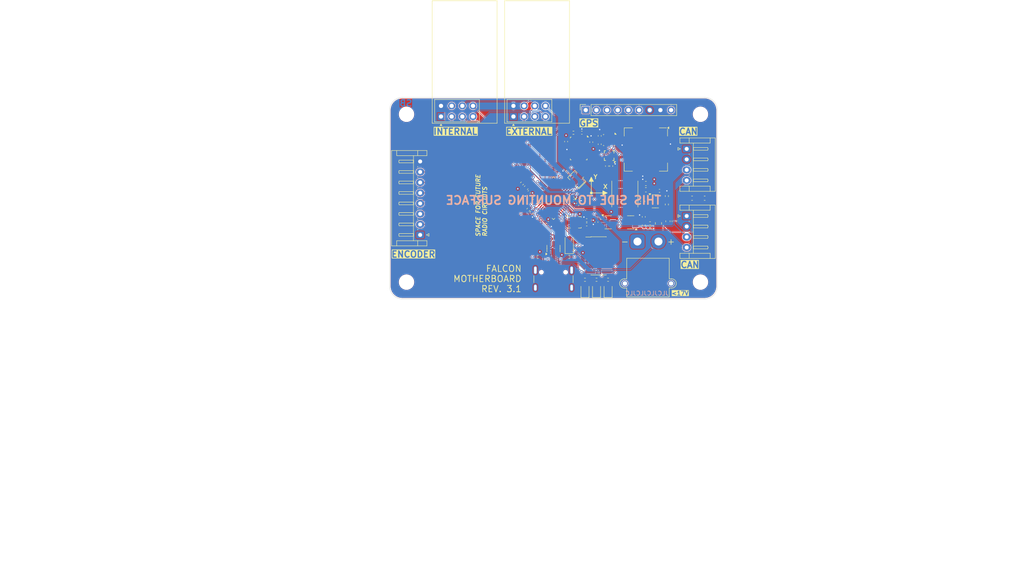
<source format=kicad_pcb>
(kicad_pcb (version 20241229) (generator "pcbnew") (generator_version "9.0")
  (title_block (title "Falcon Motherboard") (date "2025-08-23") (rev "3.1") (company "Savo Baijc"))
  (layers (0 "F.Cu" signal) (4 "In1.Cu" signal) (6 "In2.Cu" signal) (2 "B.Cu" signal) (13 "F.Paste" user) (15 "B.Paste" user) (5 "F.SilkS" user "F.Silkscreen") (7 "B.SilkS" user "B.Silkscreen") (1 "F.Mask" user) (3 "B.Mask" user) (25 "Edge.Cuts" user))
  (net 0 "")
  (net 1 "GND")
  (net 2 "/PWM_{IN}")
  (net 3 "/LED_ERROR")
  (net 4 "/LED_IND")
  (net 5 "/SWDIO")
  (net 6 "/SWCLK")
  (net 7 "+12V")
  (net 8 "Net-(U9-CAP)")
  (net 9 "/LED_HRTBT")
  (net 10 "+BATT")
  (net 11 "Net-(U11-IN+)")
  (net 12 "Net-(U11-IN-)")
  (net 13 "Net-(U12-SW)")
  (net 14 "Net-(U12-VBST)")
  (net 15 "Net-(U12-VFB)")
  (net 16 "/DEBUG_TX")
  (net 17 "+3V3")
  (net 18 "/DEBUG_RX")
  (net 19 "Net-(D5-A)")
  (net 20 "/ENC5")
  (net 21 "Net-(J2-CC1)")
  (net 23 "/IMU_{CS}")
  (net 24 "/GPS_TX")
  (net 25 "/GPS_RX")
  (net 29 "/RADIO_EXT_IRQ")
  (net 30 "/RADIO_{MISO}")
  (net 31 "/~{RST}")
  (net 38 "Net-(J2-CC2)")
  (net 39 "/ENC4")
  (net 40 "/CAN/CANH")
  (net 41 "/RADIO_EXT_CE")
  (net 42 "/RADIO_INT_IRQ")
  (net 43 "/IMU_{MISO}")
  (net 44 "/CAN/CANL")
  (net 45 "Net-(U3-VCAP_1)")
  (net 46 "/RADIO_EXT_CS")
  (net 47 "/RADIO_INT_CS")
  (net 48 "/RADIO_{SCK}")
  (net 49 "/PORT-")
  (net 50 "/CAN_RX")
  (net 51 "/USB-")
  (net 52 "/ENC1")
  (net 54 "/RADIO_INT_CE")
  (net 55 "/CAN_TX")
  (net 56 "/IMU_{SCK}")
  (net 60 "/USB+")
  (net 61 "Net-(U9-~{BOOT_LOAD_PIN})")
  (net 64 "/RADIO_{MOSI}")
  (net 65 "/PORT+")
  (net 66 "/IMU_{MOSI}")
  (net 67 "/ENC2")
  (net 68 "/ENC3")
  (net 69 "/SCL")
  (net 81 "/SDA")
  (net 84 "/XTAL_2")
  (net 85 "/XTAL_1")
  (net 87 "Net-(D1-A)")
  (net 88 "Net-(D2-A)")
  (net 89 "Net-(D3-A)")
  (footprint "Capacitor_SMD:C_0402_1005Metric" (layer "F.Cu") (at 164 71.5 -90)
    (property "Reference" "C14" (hide yes))
    (property "Value" "1u")
  )
  (footprint "Package_LGA:Bosch_LGA-8_2.5x2.5mm_P0.65mm_ClockwisePinNumbering" (layer "F.Cu") (at 174.25 71.147 -90)
    (property "Reference" "U5" (hide yes))
    (property "Value" "BME280")
  )
  (footprint "LED_SMD:LED_0805_2012Metric" (layer "F.Cu") (at 168.5 107 90)
    (property "Reference" "D1" (hide yes))
    (property "Value" "RED")
  )
  (footprint "Sensor:Sensirion_SCD4x-1EP_10.1x10.1mm_P1.25mm_EP4.8x4.8mm" (layer "F.Cu") (at 183 73.397 -90)
    (property "Reference" "U10" (hide yes))
    (property "Value" "SCD41-D-R2")
  )
  (footprint "Capacitor_SMD:C_0603_1608Metric" (layer "F.Cu") (at 197 85)
    (property "Reference" "C24" (hide yes))
    (property "Value" "10u")
  )
  (footprint "Resistor_SMD:R_0402_1005Metric" (layer "F.Cu") (at 184 92 180)
    (property "Reference" "R11" (hide yes))
    (property "Value" "120")
  )
  (footprint "Package_TO_SOT_SMD:SOT-23-8" (layer "F.Cu") (at 179.38 90.75 180)
    (property "Reference" "U11" (hide yes))
    (property "Value" "INA219AIDCN")
  )
  (footprint "Capacitor_SMD:C_0402_1005Metric" (layer "F.Cu") (at 174.749874 77.3477 -90)
    (property "Reference" "C3" (hide yes))
    (property "Value" "100n")
  )
  (footprint "Connector_JST:JST_EH_S4B-EH_1x04_P2.50mm_Horizontal" (layer "F.Cu") (at 192.7175 89.25 -90)
    (property "Reference" "J5" (hide yes))
    (property "Value" "EH_S4B-EH")
  )
  (footprint "Capacitor_SMD:C_0603_1608Metric" (layer "F.Cu") (at 188.25 90.5 90)
    (property "Reference" "C25" (hide yes))
    (property "Value" "10u")
  )
  (footprint "Capacitor_SMD:C_0603_1608Metric" (layer "F.Cu") (at 154.5 82.5 -135)
    (property "Reference" "C4" (hide yes))
    (property "Value" "4u7")
  )
  (footprint "Capacitor_SMD:C_0603_1608Metric" (layer "F.Cu") (at 189.75 90.5 90)
    (property "Reference" "C23" (hide yes))
    (property "Value" "10u")
  )
  (footprint "Connector_USB:USB_C_Receptacle_GCT_USB4105-xx-A_16P_TopMnt_Horizontal" (layer "F.Cu") (at 161 105.25)
    (property "Reference" "J2" (hide yes))
    (property "Value" "USB4105-GF-A-120")
  )
  (footprint "Capacitor_SMD:C_0402_1005Metric" (layer "F.Cu") (at 182.5 89.45 -90)
    (property "Reference" "C15" (hide yes))
    (property "Value" "100n")
  )
  (footprint "Capacitor_SMD:C_0402_1005Metric" (layer "F.Cu") (at 159.5 90.75 135)
    (property "Reference" "C8" (hide yes))
    (property "Value" "100n")
  )
  (footprint "Capacitor_SMD:C_0603_1608Metric" (layer "F.Cu") (at 194 85 180)
    (property "Reference" "C22" (hide yes))
    (property "Value" "10u")
  )
  (footprint "Capacitor_SMD:C_0402_1005Metric" (layer "F.Cu") (at 170 71.647 -90)
    (property "Reference" "C12" (hide yes))
    (property "Value" "100n")
  )
  (footprint "Connector_JST:JST_EH_S4B-EH_1x04_P2.50mm_Horizontal" (layer "F.Cu") (at 192.7175 73.25 -90)
    (property "Reference" "J6" (hide yes))
    (property "Value" "EH_S4B-EH")
  )
  (footprint "RF_Module:nRF24L01_Breakout" (layer "F.Cu") (at 151.46 65.54 90)
    (property "Reference" "U6" (hide yes))
    (property "Value" "nRF24L01")
  )
  (footprint "Resistor_SMD:R_0402_1005Metric" (layer "F.Cu") (at 165.75 69.397)
    (property "Reference" "R8" (hide yes))
    (property "Value" "10k")
  )
  (footprint "RF_Module:nRF24L01_Breakout" (layer "F.Cu") (at 134.215 65.54 90)
    (property "Reference" "U7" (hide yes))
    (property "Value" "nRF24L01")
  )
  (footprint "Resistor_SMD:R_0402_1005Metric" (layer "F.Cu") (at 168.5 104.4375)
    (property "Reference" "R5" (hide yes))
    (property "Value" "120")
  )
  (footprint "Capacitor_SMD:C_0402_1005Metric" (layer "F.Cu") (at 171.224852 90.7 90)
    (property "Reference" "C21" (hide yes))
    (property "Value" "1u")
  )
  (footprint "Capacitor_SMD:C_0603_1608Metric" (layer "F.Cu") (at 182.25 85.75 90)
    (property "Reference" "C17" (hide yes))
    (property "Value" "10u")
  )
  (footprint "Resistor_SMD:R_0402_1005Metric" (layer "F.Cu") (at 155 87.75 -135)
    (property "Reference" "R2" (hide yes))
    (property "Value" "5k1")
  )
  (footprint "Capacitor_SMD:C_0402_1005Metric" (layer "F.Cu") (at 186.25 83.25 180)
    (property "Reference" "C18" (hide yes))
    (property "Value" "100n")
  )
  (footprint "Capacitor_SMD:C_0402_1005Metric" (layer "F.Cu") (at 167.75 84.75 -45)
    (property "Reference" "C11" (hide yes))
    (property "Value" "1u")
  )
  (footprint "Capacitor_SMD:C_0402_1005Metric" (layer "F.Cu") (at 182.5 91.45 -90)
    (property "Reference" "C16" (hide yes))
    (property "Value" "100n")
  )
  (footprint "Connector_AMASS:AMASS_XT30PW-M_1x02_P2.50mm_Horizontal" (layer "F.Cu") (at 181 95.325 180)
    (property "Reference" "J4" (hide yes))
    (property "Value" "XT30PW-M30.G.Y")
  )
  (footprint "Resistor_SMD:R_0805_2012Metric" (layer "F.Cu") (at 186 91 90)
    (property "Reference" "R12" (hide yes))
    (property "Value" "10m")
  )
  (footprint "Resistor_SMD:R_0402_1005Metric" (layer "F.Cu") (at 188 84.5 -90)
    (property "Reference" "R14" (hide yes))
    (property "Value" "33k2")
  )
  (footprint "Capacitor_SMD:C_0402_1005Metric" (layer "F.Cu") (at 155.25 83.5 45)
    (property "Reference" "C9" (hide yes))
    (property "Value" "100n")
  )
  (footprint "Resistor_SMD:R_0402_1005Metric" (layer "F.Cu") (at 157.25 99 180)
    (property "Reference" "R9" (hide yes))
    (property "Value" "5k1")
  )
  (footprint "Capacitor_SMD:C_0402_1005Metric" (layer "F.Cu") (at 172 70.147 -90)
    (property "Reference" "C6" (hide yes))
    (property "Value" "100n")
  )
  (footprint "motherboard-footprints:LGA10_BMP390_BOS" (layer "F.Cu") (at 174.25 74.847 -90)
    (property "Reference" "U4" (hide yes))
    (property "Value" "BMP390")
  )
  (footprint "Capacitor_SMD:C_0402_1005Metric" (layer "F.Cu") (at 167.75 69.397)
    (property "Reference" "C13" (hide yes))
    (property "Value" "100n")
  )
  (footprint "LED_SMD:LED_0805_2012Metric" (layer "F.Cu") (at 174 107 90)
    (property "Reference" "D3" (hide yes))
    (property "Value" "GREEN")
  )
  (footprint "Resistor_SMD:R_0402_1005Metric" (layer "F.Cu") (at 164.25 78.75 -135)
    (property "Reference" "R3" (hide yes))
    (property "Value" "10k" (hide yes))
  )
  (footprint "Resistor_SMD:R_0402_1005Metric" (layer "F.Cu") (at 174 104.4375)
    (property "Reference" "R7" (hide yes))
    (property "Value" "120")
  )
  (footprint "Resistor_SMD:R_0402_1005Metric" (layer "F.Cu") (at 164.75 99)
    (property "Reference" "R10" (hide yes))
    (property "Value" "5k1")
  )
  (footprint "MountingHole:MountingHole_3.2mm_M3" (layer "F.Cu") (at 126 105)
    (property "Reference" "REF**" (hide yes))
    (property "Value" "MountingHole_3.2mm_M3")
  )
  (footprint "MountingHole:MountingHole_3.2mm_M3" (layer "F.Cu") (at 196 65)
    (property "Reference" "REF**" (hide yes))
    (property "Value" "MountingHole_3.2mm_M3")
  )
  (footprint "Inductor_SMD:L_Changjiang_FNR6045S" (layer "F.Cu") (at 178 84 90)
    (property "Reference" "L1" (hide yes))
    (property "Value" "3u3")
  )
  (footprint "Capacitor_SMD:C_0402_1005Metric" (layer "F.Cu") (at 173.749874 77.3477 -90)
    (property "Reference" "C5" (hide yes))
    (property "Value" "100n")
  )
  (footprint "Capacitor_SMD:C_0603_1608Metric" (layer "F.Cu") (at 183 83)
    (property "Reference" "C20" (hide yes))
    (property "Value" "22u")
  )
  (footprint "Package_TO_SOT_SMD:TSOT-23-8" (layer "F.Cu") (at 174.024852 90.75)
    (property "Reference" "U13" (hide yes))
    (property "Value" "TCAN3403")
  )
  (footprint "Resistor_SMD:R_0402_1005Metric" (layer "F.Cu") (at 171.25 104.4375)
    (property "Reference" "R6" (hide yes))
    (property "Value" "120")
  )
  (footprint "Diode_SMD:D_SOD-123F" (layer "F.Cu") (at 164.75 96 90)
    (property "Reference" "D5" (hide yes))
    (property "Value" "SS14")
  )
  (footprint "MountingHole:MountingHole_3.2mm_M3" (layer "F.Cu") (at 126 65)
    (property "Reference" "REF**" (hide yes))
    (property "Value" "MountingHole_3.2mm_M3")
  )
  (footprint "Resistor_SMD:R_0402_1005Metric" (layer "F.Cu") (at 184 91 180)
    (property "Reference" "R13" (hide yes))
    (property "Value" "120")
  )
  (footprint "Resistor_SMD:R_0402_1005Metric" (layer "F.Cu") (at 188 86.5 -90)
    (property "Reference" "R15" (hide yes))
    (property "Value" "10k")
  )
  (footprint "Resistor_SMD:R_0402_1005Metric" (layer "F.Cu") (at 153.5 81.5 45)
    (property "Reference" "R4" (hide yes))
    (property "Value" "100k")
  )
  (footprint "Capacitor_SMD:C_0402_1005Metric" (layer "F.Cu") (at 172 72.147 90)
    (property "Reference" "C7" (hide yes))
    (property "Value" "100n")
  )
  (footprint "Capacitor_SMD:C_0402_1005Metric" (layer "F.Cu") (at 168.9125 91.25)
    (property "Reference" "C1" (hide yes))
    (property "Value" "100n")
  )
  (footprint "Package_LGA:LGA-28_5.2x3.8mm_P0.5mm" (layer "F.Cu") (at 167 73.147 -90)
    (property "Reference" "U9" (hide yes))
    (property "Value" "BNO055")
  )
  (footprint "Crystal:Resonator_SMD_Murata_CSTxExxV-3Pin_3.0x1.1mm" (layer "F.Cu") (at 166.5 80.5 135)
    (property "Reference" "Y1" (hide yes))
    (property "Value" "20M")
  )
  (footprint "Connector_PinSocket_2.54mm:PinSocket_1x09_P2.54mm_Vertical" (layer "F.Cu") (at 168.68 64 90)
    (property "Reference" "U1" (hide yes))
    (property "Value" "GPS module")
  )
  (footprint "MountingHole:MountingHole_3.2mm_M3" (layer "F.Cu") (at 196 105)
    (property "Reference" "REF**" (hide yes))
    (property "Value" "MountingHole_3.2mm_M3")
  )
  (footprint "Connector_PinHeader_1.27mm:PinHeader_2x07_P1.27mm_Vertical_SMD" (layer "F.Cu") (at 171.75 98.75)
    (property "Reference" "J1" (hide yes))
    (property "Value" "Conn_ST_STDC14")
  )
  (footprint "Package_TO_SOT_SMD:SOT-23-6" (layer "F.Cu") (at 185.25 85.75)
    (property "Reference" "U12" (hide yes))
    (property "Value" "TPS563201")
  )
  (footprint "Connector_JST:JST_EH_S8B-EH_1x08_P2.50mm_Horizontal" (layer "F.Cu") (at 129.25 93.75 90)
    (property "Reference" "J3" (hide yes))
    (property "Value" "EH_S8B-EH")
  )
  (footprint "Package_TO_SOT_SMD:SOT-23-6" (layer "F.Cu") (at 161 97 90)
    (property "Reference" "U8" (hide yes))
    (property "Value" "USBLC6-2SC6")
  )
  (footprint "Package_LGA:LGA-14_3x2.5mm_P0.5mm_LayoutBorder3x4y" (layer "F.Cu") (at 166 90.75)
    (property "Reference" "U2" (hide yes))
    (property "Value" "ICM-42688")
  )
  (footprint "LED_SMD:LED_0805_2012Metric" (layer "F.Cu") (at 171.25 107 90)
    (property "Reference" "D2" (hide yes))
    (property "Value" "WHITE")
  )
  (footprint "Resistor_SMD:R_0402_1005Metric" (layer "F.Cu") (at 155.75 88.5 -135)
    (property "Reference" "R1" (hide yes))
    (property "Value" "5k1")
  )
  (footprint "Capacitor_SMD:C_0402_1005Metric" (layer "F.Cu") (at 168.9125 90.25)
    (property "Reference" "C2" (hide yes))
    (property "Value" "2u2")
  )
  (footprint "Capacitor_SMD:C_0402_1005Metric" (layer "F.Cu") (at 166.75 86.5 -135)
    (property "Reference" "C10" (hide yes))
    (property "Value" "100n")
  )
  (footprint "Package_DFN_QFN:QFN-48-1EP_7x7mm_P0.5mm_EP5.6x5.6mm" (layer "F.Cu") (at 161 85 -135)
    (property "Reference" "U3" (hide yes))
    (property "Value" "STM32F412CGU6")
  )
  (footprint "Capacitor_SMD:C_0603_1608Metric" (layer "F.Cu") (at 183 81.5)
    (property "Reference" "C19" (hide yes))
    (property "Value" "22u")
  )
  (gr_line (start 170 83.75) (end 173.75 83.75) (stroke (width 0.15)) (layer "F.SilkS"))
  (gr_circle (center 170 83.75) (end 170.25 83.75) (stroke (width 0.15)) (fill yes) (layer "F.SilkS"))
  (gr_poly (pts (xy 173.75 83.75) (xy 172.75 83.25) (xy 172.75 84.25)) (stroke (width 0.15)) (fill yes) (layer "F.SilkS"))
  (gr_poly (pts (xy 170 80) (xy 169.5 81) (xy 170.5 81)) (stroke (width 0.15)) (fill yes) (layer "F.SilkS"))
  (gr_line (start 170 83.75) (end 170 80) (stroke (width 0.15)) (layer "F.SilkS"))
  (gr_arc (start 122 64) (mid 122.87868 61.87868) (end 125 61) (stroke (width 0.1)) (layer "Edge.Cuts"))
  (gr_line (start 200 64) (end 200 106) (stroke (width 0.1)) (layer "Edge.Cuts"))
  (gr_line (start 197 109) (end 125 109) (stroke (width 0.1)) (layer "Edge.Cuts"))
  (gr_arc (start 200 106) (mid 199.12132 108.12132) (end 197 109) (stroke (width 0.1)) (layer "Edge.Cuts"))
  (gr_line (start 125 61) (end 197 61) (stroke (width 0.1)) (layer "Edge.Cuts"))
  (gr_line (start 122 106) (end 122 64) (stroke (width 0.1)) (layer "Edge.Cuts"))
  (gr_arc (start 197 61) (mid 199.12132 61.87868) (end 200 64) (stroke (width 0.1)) (layer "Edge.Cuts"))
  (gr_arc (start 125 109) (mid 122.87868 108.12132) (end 122 106) (stroke (width 0.1)) (layer "Edge.Cuts"))
  (gr_text "SB" (at 127.5 63.25 0) (layer "B.Cu") (effects (font (size 1.5 1.5) (thickness 0.3) (bold yes)) (justify left bottom mirror)))
  (gr_text "INTERNAL" (at 132.25 70 0) (layer "F.SilkS" knockout) (effects (font (size 1.5 1.5) (thickness 0.3) (bold yes)) (justify left bottom)))
  (gr_text "<17V" (at 189 108.25 0) (layer "F.SilkS" knockout) (effects (font (size 1 1) (thickness 0.2) (bold yes)) (justify left bottom)))
  (gr_text "FALCON\nMOTHERBOARD\nREV. ${REVISION}" (at 153.5 107.5 0) (layer "F.SilkS") (effects (font (size 1.5 1.5) (thickness 0.1875)) (justify right bottom)))
  (gr_text "EXTERNAL" (at 149.5 70 0) (layer "F.SilkS" knockout) (effects (font (size 1.5 1.5) (thickness 0.3) (bold yes)) (justify left bottom)))
  (gr_text "CAN" (at 190.75 70 0) (layer "F.SilkS" knockout) (effects (font (size 1.5 1.5) (thickness 0.3) (bold yes)) (justify left bottom)))
  (gr_text "GPS" (at 167 68 0) (layer "F.SilkS" knockout) (effects (font (size 1.5 1.5) (thickness 0.3) (bold yes)) (justify left bottom)))
  (gr_text "ENCODER" (at 122.25 99.25 0) (layer "F.SilkS" knockout) (effects (font (size 1.5 1.5) (thickness 0.3) (bold yes)) (justify left bottom)))
  (gr_text "X" (at 172.75 82.25 0) (layer "F.SilkS") (effects (font (size 1 1) (thickness 0.2) (bold yes)) (justify left)))
  (gr_text "Y" (at 171 80.5 0) (layer "F.SilkS") (effects (font (size 1 1) (thickness 0.2) (bold yes)) (justify bottom)))
  (gr_text "CAN" (at 191.1075 101.75 0) (layer "F.SilkS" knockout) (effects (font (size 1.5 1.5) (thickness 0.3) (bold yes)) (justify left bottom)))
  (gr_text "SPACE FOR FUTURE\nRADIO CIRCUITS" (at 145.25 94.25 90) (layer "F.SilkS") (effects (font (size 1 1) (thickness 0.2) (bold yes) (italic yes)) (justify left bottom)))
  (gr_text "THIS SIDE TO MOUNTING SURFACE" (at 161 85.5 0) (layer "B.SilkS") (effects (font (size 2 2) (thickness 0.4) (bold yes)) (justify mirror)))
  (gr_text "JLCJLCJLCJLC" (at 188.5 108.25 0) (layer "B.SilkS") (effects (font (size 1 1)) (justify left bottom mirror)))
  (segment (start 161 98.1375) (end 161 97.889098) (width 0.15) (layer "F.Cu") (net 1))
  (segment (start 162.489 97.249) (end 164.24 99) (width 0.15) (layer "F.Cu") (net 1))
  (segment (start 164.25 99.01) (end 164.25 100.955) (width 0.15) (layer "F.Cu") (net 1))
  (segment (start 161.640098 97.249) (end 162.489 97.249) (width 0.15) (layer "F.Cu") (net 1))
  (segment (start 161 97.889098) (end 161.640098 97.249) (width 0.15) (layer "F.Cu") (net 1))
  (via (at 163 98.5) (size 0.6) (drill 0.3) (layers "F.Cu" "B.Cu") (net 1))
  (via (at 159.75 90) (size 0.6) (drill 0.3) (layers "F.Cu" "B.Cu") (net 1))
  (via (at 164 70) (size 0.6) (drill 0.3) (layers "F.Cu" "B.Cu") (net 1))
  (via (at 157.75 97.75) (size 0.6) (drill 0.3) (layers "F.Cu" "B.Cu") (net 1))
  (via (at 170.5 90.25) (size 0.6) (drill 0.3) (layers "F.Cu" "B.Cu") (net 1))
  (via (at 166.5 84.75) (size 0.6) (drill 0.3) (layers "F.Cu" "B.Cu") (net 1))
  (via (at 166 86.25) (size 0.6) (drill 0.3) (layers "F.Cu" "B.Cu") (net 1))
  (via (at 156 83.75) (size 0.6) (drill 0.3) (layers "F.Cu" "B.Cu") (net 1))
  (via (at 168 98) (size 0.6) (drill 0.3) (layers "F.Cu" "B.Cu") (net 1))
  (via (at 185 80.5) (size 0.6) (drill 0.3) (layers "F.Cu" "B.Cu") (net 1))
  (via (at 170.5 73.25) (size 0.6) (drill 0.3) (layers "F.Cu" "B.Cu") (net 1))
  (via (at 174.75 88.25) (size 0.6) (drill 0.3) (layers "F.Cu" "B.Cu") (net 1))
  (via (at 185 81.5) (size 0.6) (drill 0.3) (layers "F.Cu" "B.Cu") (net 1))
  (via (at 167.25 88.75) (size 0.6) (drill 0.3) (layers "F.Cu" "B.Cu") (net 1))
  (via (at 152.5 82.75) (size 0.6) (drill 0.3) (layers "F.Cu" "B.Cu") (net 1))
  (segment (start 162.193243 81.331884) (end 162.775 80.750127) (width 0.15) (layer "F.Cu") (net 2))
  (segment (start 162.775 80.750127) (end 162.775 80) (width 0.15) (layer "F.Cu") (net 2))
  (segment (start 151.5 77) (end 149.75 78.75) (width 0.15) (layer "F.Cu") (net 2))
  (segment (start 149.75 78.75) (end 129.25 78.75) (width 0.15) (layer "F.Cu") (net 2))
  (via (at 151.5 77) (size 0.6) (drill 0.3) (layers "F.Cu" "B.Cu") (net 2))
  (via (at 162.775 80) (size 0.6) (drill 0.3) (layers "F.Cu" "B.Cu") (net 2))
  (segment (start 157.993877 80) (end 154.967877 76.974) (width 0.15) (layer "B.Cu") (net 2))
  (segment (start 154.967877 76.974) (end 151.526 76.974) (width 0.15) (layer "B.Cu") (net 2))
  (segment (start 162.775 80) (end 157.993877 80) (width 0.15) (layer "B.Cu") (net 2))
  (segment (start 151.526 76.974) (end 151.5 77) (width 0.15) (layer "B.Cu") (net 2))
  (segment (start 166.5 96.25) (end 167 96.75) (width 0.15) (layer "F.Cu") (net 3))
  (segment (start 163.253903 87.607456) (end 163.357456 87.607456) (width 0.15) (layer "F.Cu") (net 3))
  (segment (start 167 102.613226) (end 168.824274 104.4375) (width 0.15) (layer "F.Cu") (net 3))
  (segment (start 167 96.75) (end 167 102.613226) (width 0.15) (layer "F.Cu") (net 3))
  (segment (start 163.357456 87.607456) (end 164 88.25) (width 0.15) (layer "F.Cu") (net 3))
  (segment (start 168.824274 104.4375) (end 169.01 104.4375) (width 0.15) (layer "F.Cu") (net 3))
  (via (at 164 88.25) (size 0.6) (drill 0.3) (layers "F.Cu" "B.Cu") (net 3))
  (via (at 166.5 96.25) (size 0.6) (drill 0.3) (layers "F.Cu" "B.Cu") (net 3))
  (segment (start 164 93.75) (end 166.5 96.25) (width 0.15) (layer "B.Cu") (net 3))
  (segment (start 164 88.25) (end 164 93.75) (width 0.15) (layer "B.Cu") (net 3))
  (segment (start 171.76 102.498) (end 171.76 104.4375) (width 0.15) (layer "F.Cu") (net 4))
  (segment (start 164.121938 87.628062) (end 164.58041 88.086533) (width 0.15) (layer "F.Cu") (net 4))
  (segment (start 163.981615 87.628062) (end 164.121938 87.628062) (width 0.15) (layer "F.Cu") (net 4))
  (segment (start 168.374 101.886) (end 171.148 101.886) (width 0.15) (layer "F.Cu") (net 4))
  (segment (start 167.301 96.301) (end 167.301 100.813) (width 0.15) (layer "F.Cu") (net 4))
  (segment (start 167.25 96.25) (end 167.301 96.301) (width 0.15) (layer "F.Cu") (net 4))
  (segment (start 167.301 100.813) (end 168.374 101.886) (width 0.15) (layer "F.Cu") (net 4))
  (segment (start 171.148 101.886) (end 171.76 102.498) (width 0.15) (layer "F.Cu") (net 4))
  (segment (start 163.607456 87.253903) (end 163.981615 87.628062) (width 0.15) (layer "F.Cu") (net 4))
  (segment (start 164.58041 88.086533) (end 164.58041 88.725) (width 0.15) (layer "F.Cu") (net 4))
  (via (at 164.58041 88.725) (size 0.6) (drill 0.3) (layers "F.Cu" "B.Cu") (net 4))
  (via (at 167.25 96.25) (size 0.6) (drill 0.3) (layers "F.Cu" "B.Cu") (net 4))
  (segment (start 164.58041 93.58041) (end 167.25 96.25) (width 0.15) (layer "B.Cu") (net 4))
  (segment (start 164.58041 88.725) (end 164.58041 93.58041) (width 0.15) (layer "B.Cu") (net 4))
  (segment (start 171.148 95.536) (end 166.966094 95.536) (width 0.15) (layer "F.Cu") (net 5))
  (segment (start 171.822 96.21) (end 171.148 95.536) (width 0.15) (layer "F.Cu") (net 5))
  (segment (start 160.26798 92.276) (end 158.572642 90.580662) (width 0.15) (layer "F.Cu") (net 5))
  (segment (start 163.706094 92.276) (end 160.26798 92.276) (width 0.15) (layer "F.Cu") (net 5))
  (segment (start 158.572642 90.580662) (end 158.572642 89.902231) (width 0.15) (layer "F.Cu") (net 5))
  (segment (start 159.806757 88.668116) (end 159.806757 88.703472) (width 0.15) (layer "F.Cu") (net 5))
  (segment (start 166.966094 95.536) (end 163.706094 92.276) (width 0.15) (layer "F.Cu") (net 5))
  (segment (start 173.7 96.21) (end 171.822 96.21) (width 0.15) (layer "F.Cu") (net 5))
  (segment (start 158.572642 89.902231) (end 159.806757 88.668116) (width 0.15) (layer "F.Cu") (net 5))
  (segment (start 171.705 94.819) (end 171.705 95.045) (width 0.15) (layer "F.Cu") (net 6))
  (segment (start 171.23 94.344) (end 171.705 94.819) (width 0.15) (layer "F.Cu") (net 6))
  (segment (start 161.486136 89.375223) (end 161.486136 89.551998) (width 0.15) (layer "F.Cu") (net 6))
  (segment (start 172.274 95.614) (end 175.126 95.614) (width 0.15) (layer "F.Cu") (net 6))
  (segment (start 171.705 95.045) (end 172.274 95.614) (width 0.15) (layer "F.Cu") (net 6))
  (segment (start 166.278138 94.344) (end 171.23 94.344) (width 0.15) (layer "F.Cu") (net 6))
  (segment (start 161.486136 89.551998) (end 166.278138 94.344) (width 0.15) (layer "F.Cu") (net 6))
  (segment (start 175.25 95.738) (end 175.126 95.614) (width 0.15) (layer "F.Cu") (net 6))
  (segment (start 175.25 96.75) (end 174.52 97.48) (width 0.15) (layer "F.Cu") (net 6))
  (segment (start 174.52 97.48) (end 173.7 97.48) (width 0.15) (layer "F.Cu") (net 6))
  (segment (start 175.25 96.75) (end 175.25 95.738) (width 0.15) (layer "F.Cu") (net 6))
  (segment (start 185.0875 91) (end 186 90.0875) (width 0.15) (layer "F.Cu") (net 7))
  (segment (start 184.8 86.7) (end 185.75 85.75) (width 0.15) (layer "F.Cu") (net 7))
  (segment (start 184.1125 86.7) (end 184.8 86.7) (width 0.15) (layer "F.Cu") (net 7))
  (segment (start 182.25 86.525) (end 182.425 86.7) (width 0.15) (layer "F.Cu") (net 7))
  (segment (start 185.75 85.75) (end 186.3875 85.75) (width 0.15) (layer "F.Cu") (net 7))
  (segment (start 184.51 91) (end 185.0875 91) (width 0.15) (layer "F.Cu") (net 7))
  (segment (start 182.425 86.7) (end 184.1125 86.7) (width 0.15) (layer "F.Cu") (net 7))
  (segment (start 164.27 72.397) (end 165.3375 72.397) (width 0.15) (layer "F.Cu") (net 8))
  (segment (start 164 72.127) (end 164.27 72.397) (width 0.15) (layer "F.Cu") (net 8))
  (segment (start 158.642544 82.392544) (end 157.25 81) (width 0.15) (layer "F.Cu") (net 9))
  (segment (start 158.746097 82.392544) (end 158.642544 82.392544) (width 0.15) (layer "F.Cu") (net 9))
  (segment (start 173.5725 103.5) (end 174.51 104.4375) (width 0.15) (layer "F.Cu") (net 9))
  (segment (start 172.5 103.5) (end 173.5725 103.5) (width 0.15) (layer "F.Cu") (net 9))
  (via (at 157.25 81) (size 0.6) (drill 0.3) (layers "F.Cu" "B.Cu") (net 9))
  (via (at 172.5 103.5) (size 0.6) (drill 0.3) (layers "F.Cu" "B.Cu") (net 9))
  (segment (start 185.9125 92) (end 186 91.9125) (width 0.15) (layer "F.Cu") (net 10))
  (segment (start 184.51 92) (end 185.9125 92) (width 0.15) (layer "F.Cu") (net 10))
  (segment (start 164.75 97.4) (end 165.9 97.4) (width 0.25) (layer "F.Cu") (net 10))
  (segment (start 165.9 97.4) (end 166 97.5) (width 0.25) (layer "F.Cu") (net 10))
  (via (at 166 97.5) (size 0.6) (drill 0.3) (layers "F.Cu" "B.Cu") (net 10))
  (segment (start 170.5 102) (end 179.325 102) (width 0.25) (layer "B.Cu") (net 10))
  (segment (start 179.325 102) (end 186 95.325) (width 0.25) (layer "B.Cu") (net 10))
  (segment (start 166 97.5) (end 170.5 102) (width 0.25) (layer "B.Cu") (net 10))
  (segment (start 182.295 91.725) (end 182.5 91.93) (width 0.15) (layer "F.Cu") (net 11))
  (segment (start 180.5175 91.725) (end 182.295 91.725) (width 0.15) (layer "F.Cu") (net 11))
  (segment (start 182.52 91.95) (end 182.5 91.93) (width 0.15) (layer "F.Cu") (net 11))
  (segment (start 183.49 92) (end 182.52 92) (width 0.15) (layer "F.Cu") (net 11))
  (segment (start 182.5 91.02) (end 183.47 91.02) (width 0.15) (layer "F.Cu") (net 12))
  (segment (start 182.395 91.075) (end 182.5 90.97) (width 0.15) (layer "F.Cu") (net 12))
  (segment (start 183.47 91.02) (end 183.49 91) (width 0.15) (layer "F.Cu") (net 12))
  (segment (start 180.5175 91.075) (end 182.395 91.075) (width 0.15) (layer "F.Cu") (net 12))
  (segment (start 184.5 85.75) (end 184.1125 85.75) (width 0.15) (layer "F.Cu") (net 13))
  (segment (start 184.1125 85.75) (end 178.5 85.75) (width 0.35) (layer "F.Cu") (net 13))
  (segment (start 185.77 83.25) (end 185.25 83.77) (width 0.15) (layer "F.Cu") (net 13))
  (segment (start 185.25 83.77) (end 185.25 85) (width 0.15) (layer "F.Cu") (net 13))
  (segment (start 185.25 85) (end 184.5 85.75) (width 0.15) (layer "F.Cu") (net 13))
  (segment (start 178.5 85.75) (end 178 86.25) (width 0.35) (layer "F.Cu") (net 13))
  (segment (start 186.73 84.4575) (end 186.73 83.25) (width 0.15) (layer "F.Cu") (net 14))
  (segment (start 186.3875 84.8) (end 186.73 84.4575) (width 0.15) (layer "F.Cu") (net 14))
  (segment (start 187.29 86.7) (end 188 85.99) (width 0.15) (layer "F.Cu") (net 15))
  (segment (start 186.3875 86.7) (end 187.29 86.7) (width 0.15) (layer "F.Cu") (net 15))
  (segment (start 188 85.99) (end 188 85.01) (width 0.15) (layer "F.Cu") (net 15))
  (segment (start 175.75 102.75) (end 175.75 102.62) (width 0.15) (layer "F.Cu") (net 16))
  (segment (start 175.69 102.56) (end 173.7 102.56) (width 0.15) (layer "F.Cu") (net 16))
  (segment (start 175.75 102.62) (end 175.69 102.56) (width 0.15) (layer "F.Cu") (net 16))
  (segment (start 156.696574 89) (end 158.392544 87.30403) (width 0.15) (layer "F.Cu") (net 16))
  (segment (start 158.392544 87.30403) (end 158.392544 87.253903) (width 0.15) (layer "F.Cu") (net 16))
  (via (at 175.75 102.75) (size 0.6) (drill 0.3) (layers "F.Cu" "B.Cu") (net 16))
  (via (at 156.696574 89) (size 0.6) (drill 0.3) (layers "F.Cu" "B.Cu") (net 16))
  (segment (start 161 93.099322) (end 159.5 91.599322) (width 0.15) (layer "B.Cu") (net 16))
  (segment (start 169 102.75) (end 166.543 100.293) (width 0.15) (layer "B.Cu") (net 16))
  (segment (start 166.543 100.293) (end 162.799123 100.293) (width 0.15) (layer "B.Cu") (net 16))
  (segment (start 157.218877 89) (end 156.696574 89) (width 0.15) (layer "B.Cu") (net 16))
  (segment (start 159.5 91.281123) (end 157.218877 89) (width 0.15) (layer "B.Cu") (net 16))
  (segment (start 159.5 91.599322) (end 159.5 91.281123) (width 0.15) (layer "B.Cu") (net 16))
  (segment (start 162.799123 100.293) (end 161 98.493877) (width 0.15) (layer "B.Cu") (net 16))
  (segment (start 175.75 102.75) (end 169 102.75) (width 0.15) (layer "B.Cu") (net 16))
  (segment (start 161 98.493877) (end 161 93.099322) (width 0.15) (layer "B.Cu") (net 16))
  (segment (start 174.750126 75.5963) (end 174.750126 76.867448) (width 0.15) (layer "F.Cu") (net 17))
  (segment (start 165.375223 84.513864) (end 165.375223 85.486136) (width 0.15) (layer "F.Cu") (net 17))
  (segment (start 174.749874 76.8677) (end 173.749874 76.8677) (width 0.15) (layer "F.Cu") (net 17))
  (segment (start 170 71.167) (end 170 70.197) (width 0.15) (layer "F.Cu") (net 17))
  (segment (start 163.889376 79.110624) (end 163.860624 79.110624) (width 0.15) (layer "F.Cu") (net 17))
  (segment (start 168.04 96.21) (end 168 96.25) (width 0.15) (layer "F.Cu") (net 17))
  (segment (start 182.25 80.5) (end 182.25 82.975) (width 0.15) (layer "F.Cu") (net 17))
  (segment (start 167.1625 91.5) (end 168.1825 91.5) (width 0.15) (layer "F.Cu") (net 17))
  (segment (start 171.224852 91.18) (end 171.329852 91.075) (width 0.15) (layer "F.Cu") (net 17))
  (segment (start 165.5 91.974999) (end 165.726001 92.201) (width 0.15) (layer "F.Cu") (net 17))
  (segment (start 168.6625 71.397) (end 169.77 71.397) (width 0.15) (layer "F.Cu") (net 17))
  (segment (start 181.975 81.75) (end 182.225 81.5) (width 1) (layer "F.Cu") (net 17))
  (segment (start 172 73.547) (end 171.95 73.597) (width 0.15) (layer "F.Cu") (net 17))
  (segment (start 167.1625 91.758282) (end 167.1625 91.5) (width 0.15) (layer "F.Cu") (net 17))
  (segment (start 167.25 69.417) (end 167.27 69.397) (width 0.15) (layer "F.Cu") (net 17))
  (segment (start 182.25 81.475) (end 182.225 81.5) (width 0.15) (layer "F.Cu") (net 17))
  (segment (start 181.695 89.775) (end 182.5 88.97) (width 0.15) (layer "F.Cu") (net 17))
  (segment (start 167.27 69.397) (end 167.27 68.98) (width 0.15) (layer "F.Cu") (net 17))
  (segment (start 173.452 70.172) (end 173.225 70.172) (width 0.15) (layer "F.Cu") (net 17))
  (segment (start 174.749874 76.8677) (end 175.66 76.8677) (width 0.15) (layer "F.Cu") (net 17))
  (segment (start 178.65 72.347) (end 177.35 72.347) (width 0.15) (layer "F.Cu") (net 17))
  (segment (start 173.225 71.472) (end 173.225 72.122) (width 0.15) (layer "F.Cu") (net 17))
  (segment (start 166.719782 92.201) (end 167.1625 91.758282) (width 0.15) (layer "F.Cu") (net 17))
  (segment (start 172.887352 91.075) (end 174 91.075) (width 0.15) (layer "F.Cu") (net 17))
  (segment (start 180.975 81.75) (end 182.225 83) (width 1) (layer "F.Cu") (net 17))
  (segment (start 173.452 71.472) (end 174.102 70.822) (width 0.15) (layer "F.Cu") (net 17))
  (segment (start 163.5 80.732233) (end 162.546796 81.685437) (width 0.15) (layer "F.Cu") (net 17))
  (segment (start 172 68.647) (end 172 69.667) (width 0.15) (layer "F.Cu") (net 17))
  (segment (start 170.57 91.18) (end 170.5 91.25) (width 0.15) (layer "F.Cu") (net 17))
  (segment (start 168.365 89.5) (end 168.4325 89.5675) (width 0.15) (layer "F.Cu") (net 17))
  (segment (start 154.910589 83.839411) (end 154.25 84.5) (width 0.15) (layer "F.Cu") (net 17))
  (segment (start 181.53 88.97) (end 181.5 89) (width 0.15) (layer "F.Cu") (net 17))
  (segment (start 188.8 72.147) (end 188.85 72.097) (width 0.15) (layer "F.Cu") (net 17))
  (segment (start 167.089411 86.160589) (end 167.089411 86.089411) (width 0.15) (layer "F.Cu") (net 17))
  (segment (start 173.225 72.122) (end 172.505 72.122) (width 0.15) (layer "F.Cu") (net 17))
  (segment (start 168.4325 89.5675) (end 168.4325 90.25) (width 0.15) (layer "F.Cu") (net 17))
  (segment (start 159.839411 91.089411) (end 160.5 91.75) (width 0.15) (layer "F.Cu") (net 17))
  (segment (start 172.505 70.172) (end 172 69.667) (width 0.15) (layer "F.Cu") (net 17))
  (segment (start 168.089411 85.089411) (end 167.589411 85.589411) (width 0.15) (layer "F.Cu") (net 17))
  (segment (start 165.786 68.851) (end 166.724 68.851) (width 0.15) (layer "F.Cu") (net 17))
  (segment (start 155.389376 88.889376) (end 156 89.5) (width 0.15) (layer "F.Cu") (net 17))
  (segment (start 165.375223 85.486136) (end 166.414958 85.486136) (width 0.15) (layer "F.Cu") (net 17))
  (segment (start 160.513864 90.414958) (end 159.839411 91.089411) (width 0.15) (layer "F.Cu") (net 17))
  (segment (start 174.65 91.725) (end 175.162352 91.725) (width 0.15) (layer "F.Cu") (net 17))
  (segment (start 174.102 70.822) (end 173.452 70.172) (width 0.15) (layer "F.Cu") (net 17))
  (segment (start 165.5 91.6625) (end 165.5 91.974999) (width 0.15) (layer "F.Cu") (net 17))
  (segment (start 160.513864 89.375223) (end 160.513864 90.414958) (width 0.15) (layer "F.Cu") (net 17))
  (segment (start 182.25 82.975) (end 182.225 83) (width 0.15) (layer "F.Cu") (net 17))
  (segment (start 168.1825 91.5) (end 168.4325 91.25) (width 0.15) (layer "F.Cu") (net 17))
  (segment (start 174.750126 75.346237) (end 174.9993 75.097063) (width 0.15) (layer "F.Cu") (net 17))
  (segment (start 171.224852 91.18) (end 170.57 91.18) (width 0.15) (layer "F.Cu") (net 17))
  (segment (start 174.219363 75.097063) (end 173.719237 74.596937) (width 0.15) (layer "F.Cu") (net 17))
  (segment (start 167.25 70.7595) (end 167.25 69.417) (width 0.15) (layer "F.Cu") (net 17))
  (segment (start 175.275 70.822) (end 174.2 70.822) (width 0.15) (layer "F.Cu") (net 17))
  (segment (start 174.750126 75.5963) (end 174.750126 75.346237) (width 0.15) (layer "F.Cu") (net 17))
  (segment (start 182.5 88.97) (end 181.53 88.97) (width 0.15) (layer "F.Cu") (net 17))
  (segment (start 168.4325 90.25) (end 168.4325 91.25) (width 0.15) (layer "F.Cu") (net 17))
  (segment (start 163.889376 79.110624) (end 163.5 79.5) (width 0.15) (layer "F.Cu") (net 17))
  (segment (start 171.329852 91.075) (end 172.887352 91.075) (width 0.15) (layer "F.Cu") (net 17))
  (segment (start 175.66 76.8677) (end 175.7 76.8277) (width 0.15) (layer "F.Cu") (net 17))
  (segment (start 166.414958 85.486136) (end 167.089411 86.160589) (width 0.15) (layer "F.Cu") (net 17))
  (segment (start 174.750126 76.867448) (end 174.749874 76.8677) (width 0.15) (layer "F.Cu") (net 17))
  (segment (start 178 81.75) (end 180.975 81.75) (width 1) (layer "F.Cu") (net 17))
  (segment (start 165.726001 92.201) (end 166.719782 92.201) (width 0.15) (layer "F.Cu") (net 17))
  (segment (start 168.25 89.5) (end 168.365 89.5) (width 0.15) (layer "F.Cu") (net 17))
  (segment (start 173.225 70.172) (end 172.505 70.172) (width 0.15) (layer "F.Cu") (net 17))
  (segment (start 174 91.075) (end 174.65 91.725) (width 0.15) (layer "F.Cu") (net 17))
  (segment (start 163.860624 79.110624) (end 163.25 78.5) (width 0.15) (layer "F.Cu") (net 17))
  (segment (start 169.77 71.397) (end 170 71.167) (width 0.15) (layer "F.Cu") (net 17))
  (segment (start 174.9993 75.097063) (end 174.219363 75.097063) (width 0.15) (layer "F.Cu") (net 17))
  (segment (start 182.25 81.5) (end 182.25 80.5) (width 1) (layer "F.Cu") (net 17))
  (segment (start 173.225 71.472) (end 173.452 71.472) (width 0.15) (layer "F.Cu") (net 17))
  (segment (start 182.25 80.5) (end 182.25 79.75) (width 1) (layer "F.Cu") (net 17))
  (segment (start 169.8 96.21) (end 168.04 96.21) (width 0.15) (layer "F.Cu") (net 17))
  (segment (start 178 81.75) (end 182 81.75) (width 1) (layer "F.Cu") (net 17))
  (segment (start 180.5175 89.775) (end 181.695 89.775) (width 0.15) (layer "F.Cu") (net 17))
  (segment (start 170 70.197) (end 169.95 70.147) (width 0.15) (layer "F.Cu") (net 17))
  (segment (start 154.639376 88.110624) (end 155.389376 88.860624) (width 0.15) (layer "F.Cu") (net 17))
  (segment (start 174.2 70.822) (end 174.102 70.822) (width 0.15) (layer "F.Cu") (net 17))
  (segment (start 167.089411 86.089411) (end 167.589411 85.589411) (width 0.15) (layer "F.Cu") (net 17))
  (segment (start 155.389376 88.860624) (end 155.389376 88.889376) (width 0.15) (layer "F.Cu") (net 17))
  (segment (start 172.505 72.122) (end 172 72.627) (width 0.15) (layer "F.Cu") (net 17))
  (segment (start 165.24 69.397) (end 165.786 68.851) (width 0.15) (layer "F.Cu") (net 17))
  (segment (start 178.85 72.147) (end 178.65 72.347) (width 0.15) (layer "F.Cu") (net 17))
  (segment (start 182.25 80.5) (end 182.25 81.475) (width 0.15) (layer "F.Cu") (net 17))
  (segment (start 172 72.627) (end 172 73.547) (width 0.15) (layer "F.Cu") (net 17))
  (segment (start 188 83.99) (end 188 83.25) (width 0.15) (layer "F.Cu") (net 17))
  (segment (start 163.5 79.5) (end 163.5 80.732233) (width 0.15) (layer "F.Cu") (net 17))
  (segment (start 156.624777 84.513864) (end 155.585042 84.513864) (width 0.15) (layer "F.Cu") (net 17))
  (segment (start 166.724 68.851) (end 167.27 69.397) (width 0.15) (layer "F.Cu") (net 17))
  (segment (start 167.27 68.98) (end 167.75 68.5) (width 0.15) (layer "F.Cu") (net 17))
  (segment (start 165.3375 73.397) (end 164.2 73.397) (width 0.15) (layer "F.Cu") (net 17))
  (segment (start 173.719237 74.596937) (end 173.5007 74.596937) (width 0.15) (layer "F.Cu") (net 17))
  (segment (start 187.15 72.147) (end 188.8 72.147) (width 0.15) (layer "F.Cu") (net 17))
  (segment (start 155.585042 84.513864) (end 154.910589 83.839411) (width 0.15) (layer "F.Cu") (net 17))
  (segment (start 182 81.75) (end 182.25 81.5) (width 1) (layer "F.Cu") (net 17))
  (segment (start 178 81.75) (end 181.975 81.75) (width 1) (layer "F.Cu") (net 17))
  (via (at 163.25 78.5) (size 0.6) (drill 0.3) (layers "F.Cu" "B.Cu") (net 17))
  (via (at 156 89.5) (size 0.6) (drill 0.3) (layers "F.Cu" "B.Cu") (net 17))
  (via (at 167.75 68.5) (size 0.6) (drill 0.3) (layers "F.Cu" "B.Cu") (net 17))
  (via (at 175.7 76.8277) (size 0.6) (drill 0.3) (layers "F.Cu" "B.Cu") (net 17))
  (via (at 168 96.25) (size 0.6) (drill 0.3) (layers "F.Cu" "B.Cu") (net 17))
  (via (at 182.25 79.75) (size 0.6) (drill 0.3) (layers "F.Cu" "B.Cu") (net 17))
  (via (at 160.5 91.75) (size 0.6) (drill 0.3) (layers "F.Cu" "B.Cu") (net 17))
  (via (at 164.2 73.397) (size 0.6) (drill 0.3) (layers "F.Cu" "B.Cu") (net 17))
  (via (at 177.35 72.347) (size 0.6) (drill 0.3) (layers "F.Cu" "B.Cu") (net 17))
  (via (at 188 83.25) (size 0.6) (drill 0.3) (layers "F.Cu" "B.Cu") (net 17))
  (via (at 168.25 89.5) (size 0.6) (drill 0.3) (layers "F.Cu" "B.Cu") (net 17))
  (via (at 188.85 72.097) (size 0.6) (drill 0.3) (layers "F.Cu" "B.Cu") (net 17))
  (via (at 154.25 84.5) (size 0.6) (drill 0.3) (layers "F.Cu" "B.Cu") (net 17))
  (via (at 181.5 89) (size 0.6) (drill 0.3) (layers "F.Cu" "B.Cu") (net 17))
  (via (at 167.589411 85.589411) (size 0.6) (drill 0.3) (layers "F.Cu" "B.Cu") (net 17))
  (via (at 169.95 70.147) (size 0.6) (drill 0.3) (layers "F.Cu" "B.Cu") (net 17))
  (via (at 172 68.647) (size 0.6) (drill 0.3) (layers "F.Cu" "B.Cu") (net 17))
  (via (at 182.25 80.5) (size 0.6) (drill 0.3) (layers "F.Cu" "B.Cu") (net 17))
  (via (at 170.5 91.25) (size 0.6) (drill 0.3) (layers "F.Cu" "B.Cu") (net 17))
  (via (at 171.95 73.597) (size 0.6) (drill 0.3) (layers "F.Cu" "B.Cu") (net 17))
  (segment (start 182.25 80.5) (end 182.25 81.5) (width 0.15) (layer "B.Cu") (net 17))
  (segment (start 182.25 81.5) (end 184 83.25) (width 0.15) (layer "B.Cu") (net 17))
  (segment (start 184 83.25) (end 188 83.25) (width 0.15) (layer "B.Cu") (net 17))
  (segment (start 157.225 89.128553) (end 158.746097 87.607456) (width 0.15) (layer "F.Cu") (net 18))
  (segment (start 167.81 102.56) (end 167.75 102.5) (width 0.15) (layer "F.Cu") (net 18))
  (segment (start 157.225 89.75) (end 157.225 89.128553) (width 0.15) (layer "F.Cu") (net 18))
  (segment (start 169.8 102.56) (end 167.81 102.56) (width 0.15) (layer "F.Cu") (net 18))
  (via (at 167.75 102.5) (size 0.6) (drill 0.3) (layers "F.Cu" "B.Cu") (net 18))
  (via (at 157.225 89.75) (size 0.6) (drill 0.3) (layers "F.Cu" "B.Cu") (net 18))
  (segment (start 167.75 102.5) (end 165.844 100.594) (width 0.15) (layer "B.Cu") (net 18))
  (segment (start 160.5 98.5) (end 160.5 93.025) (width 0.15) (layer "B.Cu") (net 18))
  (segment (start 160.5 93.025) (end 157.225 89.75) (width 0.15) (layer "B.Cu") (net 18))
  (segment (start 165.844 100.594) (end 162.594 100.594) (width 0.15) (layer "B.Cu") (net 18))
  (segment (start 162.594 100.594) (end 160.5 98.5) (width 0.15) (layer "B.Cu") (net 18))
  (segment (start 160.380612 96.801) (end 161 96.181612) (width 0.25) (layer "F.Cu") (net 19))
  (segment (start 160.117388 96.801) (end 160.380612 96.801) (width 0.25) (layer "F.Cu") (net 19))
  (segment (start 161 96.524999) (end 161.350197 96.875196) (width 0.25) (layer "F.Cu") (net 19))
  (segment (start 161 96.181612) (end 161 95.8625) (width 0.25) (layer "F.Cu") (net 19))
  (segment (start 158.6 101.57) (end 158.6 102.1) (width 0.25) (layer "F.Cu") (net 19))
  (segment (start 159.272 102.772) (end 162.772999 102.772) (width 0.25) (layer "F.Cu") (net 19))
  (segment (start 158.6 98.318388) (end 160.117388 96.801) (width 0.25) (layer "F.Cu") (net 19))
  (segment (start 161.350197 96.875196) (end 162.474804 96.875196) (width 0.25) (layer "F.Cu") (net 19))
  (segment (start 163.4 102.144999) (end 163.4 101.57) (width 0.25) (layer "F.Cu") (net 19))
  (segment (start 162.474804 96.875196) (end 164.75 94.6) (width 0.25) (layer "F.Cu") (net 19))
  (segment (start 158.6 102.1) (end 159.272 102.772) (width 0.25) (layer "F.Cu") (net 19))
  (segment (start 158.6 101.57) (end 158.6 98.318388) (width 0.25) (layer "F.Cu") (net 19))
  (segment (start 161 95.8625) (end 161 96.524999) (width 0.25) (layer "F.Cu") (net 19))
  (segment (start 162.772999 102.772) (end 163.4 102.144999) (width 0.25) (layer "F.Cu") (net 19))
  (segment (start 146.5 79.75) (end 154.689339 79.75) (width 0.15) (layer "F.Cu") (net 20))
  (segment (start 129.25 81.25) (end 145 81.25) (width 0.15) (layer "F.Cu") (net 20))
  (segment (start 145 81.25) (end 146.5 79.75) (width 0.15) (layer "F.Cu") (net 20))
  (segment (start 154.689339 79.75) (end 158.03899 83.099651) (width 0.15) (layer "F.Cu") (net 20))
  (segment (start 159.75 99.525) (end 159.75 101.57) (width 0.15) (layer "F.Cu") (net 21))
  (segment (start 159.725 99.5) (end 159.75 99.525) (width 0.15) (layer "F.Cu") (net 21))
  (segment (start 156 99) (end 156.74 99) (width 0.15) (layer "F.Cu") (net 21))
  (via (at 156 99) (size 0.6) (drill 0.3) (layers "F.Cu" "B.Cu") (net 21))
  (via (at 159.725 99.5) (size 0.6) (drill 0.3) (layers "F.Cu" "B.Cu") (net 21))
  (segment (start 156 99) (end 157.75 99) (width 0.15) (layer "B.Cu") (net 21))
  (segment (start 157.75 99) (end 158.25 99.5) (width 0.15) (layer "B.Cu") (net 21))
  (segment (start 158.25 99.5) (end 159.725 99.5) (width 0.15) (layer "B.Cu") (net 21))
  (segment (start 166.5 89.25) (end 166.5 89.8375) (width 0.15) (layer "F.Cu") (net 23))
  (segment (start 161.839689 89.02167) (end 161.839689 89.094754) (width 0.15) (layer "F.Cu") (net 23))
  (segment (start 161.839689 89.094754) (end 163.000035 90.2551) (width 0.15) (layer "F.Cu") (net 23))
  (segment (start 166.25 89) (end 166.5 89.25) (width 0.15) (layer "F.Cu") (net 23))
  (via (at 163.000035 90.2551) (size 0.6) (drill 0.3) (layers "F.Cu" "B.Cu") (net 23))
  (via (at 166.25 89) (size 0.6) (drill 0.3) (layers "F.Cu" "B.Cu") (net 23))
  (segment (start 162.468885 88.031115) (end 163 87.5) (width 0.15) (layer "B.Cu") (net 23))
  (segment (start 164.673 87.423) (end 166.25 89) (width 0.15) (layer "B.Cu") (net 23))
  (segment (start 163.000035 90.2551) (end 162.468885 89.72395) (width 0.15) (layer "B.Cu") (net 23))
  (segment (start 163 87.5) (end 163.077 87.423) (width 0.15) (layer "B.Cu") (net 23))
  (segment (start 163.077 87.423) (end 164.673 87.423) (width 0.15) (layer "B.Cu") (net 23))
  (segment (start 162.468885 89.72395) (end 162.468885 88.031115) (width 0.15) (layer "B.Cu") (net 23))
  (segment (start 160.513864 69.736136) (end 160.513864 80.624777) (width 0.15) (layer "F.Cu") (net 24))
  (segment (start 163.75 66.5) (end 160.513864 69.736136) (width 0.15) (layer "F.Cu") (net 24))
  (segment (start 178.84 64) (end 176.34 66.5) (width 0.15) (layer "F.Cu") (net 24))
  (segment (start 176.34 66.5) (end 163.75 66.5) (width 0.15) (layer "F.Cu") (net 24))
  (segment (start 178.13 67.25) (end 181.38 64) (width 0.15) (layer "F.Cu") (net 25))
  (segment (start 161.486136 80.624777) (end 161.486136 70.263864) (width 0.15) (layer "F.Cu") (net 25))
  (segment (start 164.5 67.25) (end 178.13 67.25) (width 0.15) (layer "F.Cu") (net 25))
  (segment (start 161.486136 70.263864) (end 164.5 67.25) (width 0.15) (layer "F.Cu") (net 25))
  (segment (start 165.242767 82.525) (end 166.5 82.525) (width 0.15) (layer "F.Cu") (net 29))
  (segment (start 164.314563 83.453204) (end 165.242767 82.525) (width 0.15) (layer "F.Cu") (net 29))
  (via (at 166.5 82.525) (size 0.6) (drill 0.3) (layers "F.Cu" "B.Cu") (net 29))
  (segment (start 166.5 81) (end 166.5 82.525) (width 0.15) (layer "B.Cu") (net 29))
  (segment (start 161.83 76.33) (end 166.5 81) (width 0.15) (layer "B.Cu") (net 29))
  (segment (start 161.83 65.75) (end 161.83 76.33) (width 0.15) (layer "B.Cu") (net 29))
  (segment (start 159.08 63) (end 161.83 65.75) (width 0.15) (layer "B.Cu") (net 29))
  (segment (start 157.75 79.982233) (end 157.75 66.87) (width 0.15) (layer "F.Cu") (net 30))
  (segment (start 159.453204 81.685437) (end 157.75 79.982233) (width 0.15) (layer "F.Cu") (net 30))
  (segment (start 157.75 66.87) (end 159.08 65.54) (width 0.15) (layer "F.Cu") (net 30))
  (segment (start 143.212 64.163) (end 157.703 64.163) (width 0.15) (layer "B.Cu") (net 30))
  (segment (start 141.835 65.54) (end 143.212 64.163) (width 0.15) (layer "B.Cu") (net 30))
  (segment (start 157.703 64.163) (end 159.08 65.54) (width 0.15) (layer "B.Cu") (net 30))
  (segment (start 175.71 101.29) (end 175.75 101.25) (width 0.15) (layer "F.Cu") (net 31))
  (segment (start 165 79.360624) (end 164.25 80.110624) (width 0.15) (layer "F.Cu") (net 31))
  (segment (start 164.25 81.396447) (end 163.253903 82.392544) (width 0.15) (layer "F.Cu") (net 31))
  (segment (start 165 78.778752) (end 165 79.360624) (width 0.15) (layer "F.Cu") (net 31))
  (segment (start 170.75 88.75) (end 170.75 85.25) (width 0.15) (layer "F.Cu") (net 31))
  (segment (start 164.25 80.110624) (end 164.25 81.396447) (width 0.15) (layer "F.Cu") (net 31))
  (segment (start 164.610624 78.389376) (end 165 78.778752) (width 0.15) (layer "F.Cu") (net 31))
  (segment (start 164.610624 78.389376) (end 165.25 77.75) (width 0.15) (layer "F.Cu") (net 31))
  (segment (start 173.7 101.29) (end 175.71 101.29) (width 0.15) (layer "F.Cu") (net 31))
  (via (at 170.75 88.75) (size 0.6) (drill 0.3) (layers "F.Cu" "B.Cu") (net 31))
  (via (at 175.75 101.25) (size 0.6) (drill 0.3) (layers "F.Cu" "B.Cu") (net 31))
  (via (at 165.25 77.75) (size 0.6) (drill 0.3) (layers "F.Cu" "B.Cu") (net 31))
  (via (at 170.75 85.25) (size 0.6) (drill 0.3) (layers "F.Cu" "B.Cu") (net 31))
  (segment (start 177 100) (end 177 95) (width 0.15) (layer "B.Cu") (net 31))
  (segment (start 177 95) (end 170.75 88.75) (width 0.15) (layer "B.Cu") (net 31))
  (segment (start 175.75 101.25) (end 177 100) (width 0.15) (layer "B.Cu") (net 31))
  (segment (start 170.75 83.25) (end 165.25 77.75) (width 0.15) (layer "B.Cu") (net 31))
  (segment (start 170.75 85.25) (end 170.75 83.25) (width 0.15) (layer "B.Cu") (net 31))
  (segment (start 162.75 99.5) (end 162.75 101.57) (width 0.15) (layer "F.Cu") (net 38))
  (segment (start 166 99) (end 165.26 99) (width 0.15) (layer "F.Cu") (net 38))
  (via (at 162.75 99.5) (size 0.6) (drill 0.3) (layers "F.Cu" "B.Cu") (net 38))
  (via (at 166 99) (size 0.6) (drill 0.3) (layers "F.Cu" "B.Cu") (net 38))
  (segment (start 164.25 99) (end 163.75 99.5) (width 0.15) (layer "B.Cu") (net 38))
  (segment (start 163.75 99.5) (end 162.75 99.5) (width 0.15) (layer "B.Cu") (net 38))
  (segment (start 166 99) (end 164.25 99) (width 0.15) (layer "B.Cu") (net 38))
  (segment (start 144.25 83.75) (end 129.25 83.75) (width 0.15) (layer "F.Cu") (net 39))
  (segment (start 157.685437 83.453204) (end 154.781689 80.549456) (width 0.15) (layer "F.Cu") (net 39))
  (segment (start 154.781689 80.549456) (end 147.450544 80.549456) (width 0.15) (layer "F.Cu") (net 39))
  (segment (start 147.450544 80.549456) (end 144.25 83.75) (width 0.15) (layer "F.Cu") (net 39))
  (segment (start 176.175 90.425) (end 176.75 91) (width 0.15) (layer "F.Cu") (net 40))
  (segment (start 175.162352 90.425) (end 176.175 90.425) (width 0.15) (layer "F.Cu") (net 40))
  (via (at 176.75 91) (size 0.6) (drill 0.3) (layers "F.Cu" "B.Cu") (net 40))
  (segment (start 176.224 91.526) (end 176.224 92.224) (width 0.15) (layer "B.Cu") (net 40))
  (segment (start 190.25 83.2175) (end 192.7175 80.75) (width 0.15) (layer "B.Cu") (net 40))
  (segment (start 176.75 91) (end 176.224 91.526) (width 0.15) (layer "B.Cu") (net 40))
  (segment (start 192.146806 92.826) (end 190.25 90.929194) (width 0.15) (layer "B.Cu") (net 40))
  (segment (start 193.9185 95.549) (end 193.9185 93.25) (width 0.15) (layer "B.Cu") (net 40))
  (segment (start 192.7175 96.75) (end 193.9185 95.549) (width 0.15) (layer "B.Cu") (net 40))
  (segment (start 188.4675 92.5) (end 192.7175 96.75) (width 0.15) (layer "B.Cu") (net 40))
  (segment (start 176.224 92.224) (end 176.5 92.5) (width 0.15) (layer "B.Cu") (net 40))
  (segment (start 190.25 90.929194) (end 190.25 83.2175) (width 0.15) (layer "B.Cu") (net 40))
  (segment (start 193.4945 92.826) (end 192.146806 92.826) (width 0.15) (layer "B.Cu") (net 40))
  (segment (start 176.5 92.5) (end 188.4675 92.5) (width 0.15) (layer "B.Cu") (net 40))
  (segment (start 193.9185 93.25) (end 193.4945 92.826) (width 0.15) (layer "B.Cu") (net 40))
  (segment (start 154 71) (end 154 65.54) (width 0.15) (layer "F.Cu") (net 41))
  (segment (start 162.25 80.568019) (end 162.25 79.25) (width 0.15) (layer "F.Cu") (net 41))
  (segment (start 154.75 71.75) (end 154 71) (width 0.15) (layer "F.Cu") (net 41))
  (segment (start 161.839689 80.97833) (end 162.25 80.568019) (width 0.15) (layer "F.Cu") (net 41))
  (via (at 154.75 71.75) (size 0.6) (drill 0.3) (layers "F.Cu" "B.Cu") (net 41))
  (via (at 162.25 79.25) (size 0.6) (drill 0.3) (layers "F.Cu" "B.Cu") (net 41))
  (segment (start 162.25 79.25) (end 154.75 71.75) (width 0.15) (layer "B.Cu") (net 41))
  (segment (start 154.75 77.5) (end 154.75 75.915) (width 0.15) (layer "F.Cu") (net 42))
  (segment (start 164.668116 83.806757) (end 165.424873 83.05) (width 0.15) (layer "F.Cu") (net 42))
  (segment (start 165.424873 83.05) (end 165.75 83.05) (width 0.15) (layer "F.Cu") (net 42))
  (segment (start 154.75 75.915) (end 141.835 63) (width 0.15) (layer "F.Cu") (net 42))
  (via (at 165.75 83.05) (size 0.6) (drill 0.3) (layers "F.Cu" "B.Cu") (net 42))
  (via (at 154.75 77.5) (size 0.6) (drill 0.3) (layers "F.Cu" "B.Cu") (net 42))
  (segment (start 165.75 83.05) (end 160.3 83.05) (width 0.15) (layer "B.Cu") (net 42))
  (segment (start 160.3 83.05) (end 154.75 77.5) (width 0.15) (layer "B.Cu") (net 42))
  (segment (start 164.232233 90) (end 162.546796 88.314563) (width 0.15) (layer "F.Cu") (net 43))
  (segment (start 164.8375 90) (end 164.232233 90) (width 0.15) (layer "F.Cu") (net 43))
  (segment (start 176.075 91.075) (end 176.75 91.75) (width 0.15) (layer "F.Cu") (net 44))
  (segment (start 175.162352 91.075) (end 176.075 91.075) (width 0.15) (layer "F.Cu") (net 44))
  (via (at 176.75 91.75) (size 0.6) (drill 0.3) (layers "F.Cu" "B.Cu") (net 44))
  (segment (start 192.7175 78.25) (end 189.75 81.2175) (width 0.15) (layer "B.Cu") (net 44))
  (segment (start 189.75 91.2825) (end 192.7175 94.25) (width 0.15) (layer "B.Cu") (net 44))
  (segment (start 189.2825 91.75) (end 189.75 91.2825) (width 0.15) (layer "B.Cu") (net 44))
  (segment (start 189.75 81.2175) (end 189.75 91.2825) (width 0.15) (layer "B.Cu") (net 44))
  (segment (start 176.75 91.75) (end 189.2825 91.75) (width 0.15) (layer "B.Cu") (net 44))
  (segment (start 153.860624 81.139376) (end 154.235392 81.139376) (width 0.15) (layer "F.Cu") (net 45))
  (segment (start 155.477119 81.951992) (end 157.331884 83.806757) (width 0.15) (layer "F.Cu") (net 45))
  (segment (start 155.048008 81.951992) (end 155.477119 81.951992) (width 0.15) (layer "F.Cu") (net 45))
  (segment (start 154.235392 81.139376) (end 155.048008 81.951992) (width 0.15) (layer "F.Cu") (net 45))
  (segment (start 160.25 61.75) (end 155.25 61.75) (width 0.15) (layer "F.Cu") (net 46))
  (segment (start 159.91478 68.08522) (end 161 67) (width 0.15) (layer "F.Cu") (net 46))
  (segment (start 155.25 61.75) (end 154 63) (width 0.15) (layer "F.Cu") (net 46))
  (segment (start 161 67) (end 161 62.5) (width 0.15) (layer "F.Cu") (net 46))
  (segment (start 160.160311 80.97833) (end 159.91478 80.732799) (width 0.15) (layer "F.Cu") (net 46))
  (segment (start 159.91478 80.732799) (end 159.91478 68.08522) (width 0.15) (layer "F.Cu") (net 46))
  (segment (start 161 62.5) (end 160.25 61.75) (width 0.15) (layer "F.Cu") (net 46))
  (segment (start 135.291 64.464) (end 136.755 63) (width 0.15) (layer "F.Cu") (net 47))
  (segment (start 135.291 66.291) (end 135.291 64.464) (width 0.15) (layer "F.Cu") (net 47))
  (segment (start 158.392544 82.746097) (end 158.246097 82.746097) (width 0.15) (layer "F.Cu") (net 47))
  (segment (start 143 67.5) (end 136.5 67.5) (width 0.15) (layer "F.Cu") (net 47))
  (segment (start 158.246097 82.746097) (end 143 67.5) (width 0.15) (layer "F.Cu") (net 47))
  (segment (start 136.5 67.5) (end 135.291 66.291) (width 0.15) (layer "F.Cu") (net 47))
  (segment (start 160.156 66.844) (end 159 68) (width 0.15) (layer "F.Cu") (net 48))
  (segment (start 157.616 64.464) (end 159.525694 64.464) (width 0.15) (layer "F.Cu") (net 48))
  (segment (start 159 68) (end 159 80.525127) (width 0.15) (layer "F.Cu") (net 48))
  (segment (start 159.525694 64.464) (end 160.156 65.094306) (width 0.15) (layer "F.Cu") (net 48))
  (segment (start 159 80.525127) (end 159.806757 81.331884) (width 0.15) (layer "F.Cu") (net 48))
  (segment (start 160.156 65.094306) (end 160.156 66.844) (width 0.15) (layer "F.Cu") (net 48))
  (segment (start 156.54 65.54) (end 157.616 64.464) (width 0.15) (layer "F.Cu") (net 48))
  (segment (start 145.75 64.464) (end 155.464 64.464) (width 0.15) (layer "B.Cu") (net 48))
  (segment (start 139.295 65.54) (end 140.505 66.75) (width 0.15) (layer "B.Cu") (net 48))
  (segment (start 155.464 64.464) (end 156.54 65.54) (width 0.15) (layer "B.Cu") (net 48))
  (segment (start 143.464 66.75) (end 145.75 64.464) (width 0.15) (layer "B.Cu") (net 48))
  (segment (start 140.505 66.75) (end 143.464 66.75) (width 0.15) (layer "B.Cu") (net 48))
  (segment (start 160.962112 102.396) (end 161.25 102.108112) (width 0.2) (layer "F.Cu") (net 49))
  (segment (start 160.05 98.1375) (end 160.35 98.4375) (width 0.2) (layer "F.Cu") (net 49))
  (segment (start 160.25 101.57) (end 160.25 102.144999) (width 0.2) (layer "F.Cu") (net 49))
  (segment (start 160.25 100.1) (end 160.35 100) (width 0.2) (layer "F.Cu") (net 49))
  (segment (start 160.35 98.4375) (end 160.35 100) (width 0.2) (layer "F.Cu") (net 49))
  (segment (start 160.25 101.57) (end 160.25 100.1) (width 0.2) (layer "F.Cu") (net 49))
  (segment (start 160.501001 102.396) (end 160.962112 102.396) (width 0.2) (layer "F.Cu") (net 49))
  (segment (start 160.25 102.144999) (end 160.501001 102.396) (width 0.2) (layer "F.Cu") (net 49))
  (segment (start 161.25 102.108112) (end 161.25 101.57) (width 0.2) (layer "F.Cu") (net 49))
  (segment (start 170.3735 91.975) (end 169.8985 91.5) (width 0.15) (layer "F.Cu") (net 50))
  (segment (start 165.767767 88) (end 164.314563 86.546796) (width 0.15) (layer "F.Cu") (net 50))
  (segment (start 167.973982 88) (end 165.767767 88) (width 0.15) (layer "F.Cu") (net 50))
  (segment (start 172.887352 91.725) (end 172.637352 91.975) (width 0.15) (layer "F.Cu") (net 50))
  (segment (start 172.637352 91.975) (end 170.3735 91.975) (width 0.15) (layer "F.Cu") (net 50))
  (segment (start 169.8985 89.924518) (end 167.973982 88) (width 0.15) (layer "F.Cu") (net 50))
  (segment (start 169.8985 91.5) (end 169.8985 89.924518) (width 0.15) (layer "F.Cu") (net 50))
  (segment (start 157.775 91.593198) (end 157.775 89.321017) (width 0.2) (layer "F.Cu") (net 51))
  (segment (start 157.775 89.321017) (end 158.703935 88.392082) (width 0.2) (layer "F.Cu") (net 51))
  (segment (start 158.703935 88.356726) (end 159.099651 87.96101) (width 0.2) (layer "F.Cu") (net 51))
  (segment (start 158.703935 88.392082) (end 158.703935 88.356726) (width 0.2) (layer "F.Cu") (net 51))
  (segment (start 160.775 94.593198) (end 157.775 91.593198) (width 0.2) (layer "F.Cu") (net 51))
  (segment (start 160.775 94.775) (end 160.775 94.593198) (width 0.2) (layer "F.Cu") (net 51))
  (segment (start 160.05 95.8625) (end 160.05 95.5) (width 0.2) (layer "F.Cu") (net 51))
  (segment (start 160.05 95.5) (end 160.775 94.775) (width 0.2) (layer "F.Cu") (net 51))
  (segment (start 158.03899 87.011913) (end 158.03899 86.900349) (width 0.15) (layer "F.Cu") (net 52))
  (segment (start 157.099749 87.951154) (end 158.03899 87.011913) (width 0.15) (layer "F.Cu") (net 52))
  (segment (start 150.75 91.25) (end 129.25 91.25) (width 0.15) (layer "F.Cu") (net 52))
  (segment (start 153.25 88.75) (end 150.75 91.25) (width 0.15) (layer "F.Cu") (net 52))
  (segment (start 157.001543 87.951154) (end 157.099749 87.951154) (width 0.15) (layer "F.Cu") (net 52))
  (via (at 157.001543 87.951154) (size 0.6) (drill 0.3) (layers "F.Cu" "B.Cu") (net 52))
  (via (at 153.25 88.75) (size 0.6) (drill 0.3) (layers "F.Cu" "B.Cu") (net 52))
  (segment (start 157.001543 87.951154) (end 156.202697 88.75) (width 0.15) (layer "B.Cu") (net 52))
  (segment (start 156.202697 88.75) (end 153.25 88.75) (width 0.15) (layer "B.Cu") (net 52))
  (segment (start 165.431981 83.75) (end 166.25 83.75) (width 0.15) (layer "F.Cu") (net 54))
  (segment (start 137.831 66.616) (end 142.866 66.616) (width 0.15) (layer "F.Cu") (net 54))
  (segment (start 136.755 65.54) (end 137.831 66.616) (width 0.15) (layer "F.Cu") (net 54))
  (segment (start 166.25 83.75) (end 166.5 84) (width 0.15) (layer "F.Cu") (net 54))
  (segment (start 165.02167 84.160311) (end 165.431981 83.75) (width 0.15) (layer "F.Cu") (net 54))
  (segment (start 142.866 66.616) (end 156.25 80) (width 0.15) (layer "F.Cu") (net 54))
  (via (at 166.5 84) (size 0.6) (drill 0.3) (layers "F.Cu" "B.Cu") (net 54))
  (via (at 156.25 80) (size 0.6) (drill 0.3) (layers "F.Cu" "B.Cu") (net 54))
  (segment (start 159.506123 84) (end 166.5 84) (width 0.15) (layer "B.Cu") (net 54))
  (segment (start 156.25 80.743877) (end 159.506123 84) (width 0.15) (layer "B.Cu") (net 54))
  (segment (start 156.25 80) (end 156.25 80.743877) (width 0.15) (layer "B.Cu") (net 54))
  (segment (start 164.668116 86.193243) (end 166.112437 87.637564) (width 0.15) (layer "F.Cu") (net 55))
  (segment (start 170 89.5) (end 172.612352 89.5) (width 0.15) (layer "F.Cu") (net 55))
  (segment (start 172.612352 89.5) (end 172.887352 89.775) (width 0.15) (layer "F.Cu") (net 55))
  (segment (start 166.112437 87.637564) (end 168.137564 87.637564) (width 0.15) (layer "F.Cu") (net 55))
  (segment (start 168.137564 87.637564) (end 170 89.5) (width 0.15) (layer "F.Cu") (net 55))
  (segment (start 166 89.5) (end 165.5 89) (width 0.15) (layer "F.Cu") (net 56))
  (segment (start 166 89.8375) (end 166 89.5) (width 0.15) (layer "F.Cu") (net 56))
  (segment (start 162.994885 89.505115) (end 162.994885 89.469758) (width 0.15) (layer "F.Cu") (net 56))
  (segment (start 162.994885 89.469758) (end 162.193243 88.668116) (width 0.15) (layer "F.Cu") (net 56))
  (via (at 165.5 89) (size 0.6) (drill 0.3) (layers "F.Cu" "B.Cu") (net 56))
  (via (at 162.994885 89.505115) (size 0.6) (drill 0.3) (layers "F.Cu" "B.Cu") (net 56))
  (segment (start 165.5 89) (end 165.5 88.900713) (width 0.15) (layer "B.Cu") (net 56))
  (segment (start 163.782123 87.724) (end 163.628061 87.878062) (width 0.15) (layer "B.Cu") (net 56))
  (segment (start 162.994885 88.511238) (end 162.994885 89.505115) (width 0.15) (layer "B.Cu") (net 56))
  (segment (start 163.628061 87.878062) (end 162.994885 88.511238) (width 0.15) (layer "B.Cu") (net 56))
  (segment (start 164.323287 87.724) (end 163.782123 87.724) (width 0.15) (layer "B.Cu") (net 56))
  (segment (start 165.5 88.900713) (end 164.323287 87.724) (width 0.15) (layer "B.Cu") (net 56))
  (segment (start 161.225 93.944996) (end 161.031638 93.751634) (width 0.2) (layer "F.Cu") (net 60))
  (segment (start 161.95 95.5) (end 161.225 94.775) (width 0.2) (layer "F.Cu") (net 60))
  (segment (start 160.087528 93.26933) (end 158.225 91.406802) (width 0.2) (layer "F.Cu") (net 60))
  (segment (start 159.057488 88.710279) (end 159.453204 88.314563) (width 0.2) (layer "F.Cu") (net 60))
  (segment (start 158.225 89.507411) (end 159.022132 88.710279) (width 0.2) (layer "F.Cu") (net 60))
  (segment (start 161.225 94.775) (end 161.225 94.520358) (width 0.2) (layer "F.Cu") (net 60))
  (segment (start 161.95 95.8625) (end 161.95 95.5) (width 0.2) (layer "F.Cu") (net 60))
  (segment (start 161.225 94.520358) (end 161.225 94.406802) (width 0.2) (layer "F.Cu") (net 60))
  (segment (start 160.569832 93.751634) (end 160.376471 93.558273) (width 0.2) (layer "F.Cu") (net 60))
  (segment (start 160.376471 93.558273) (end 160.087528 93.26933) (width 0.2) (layer "F.Cu") (net 60))
  (segment (start 159.022132 88.710279) (end 159.057488 88.710279) (width 0.2) (layer "F.Cu") (net 60))
  (segment (start 158.225 91.406802) (end 158.225 89.507411) (width 0.2) (layer "F.Cu") (net 60))
  (arc (start 161.031638 93.751634) (mid 160.916187 93.703812) (end 160.800735 93.751634) (width 0.2) (layer "F.Cu") (net 60))
  (arc (start 161.225 94.406802) (mid 161.177178 94.291351) (end 161.225 94.175899) (width 0.2) (layer "F.Cu") (net 60))
  (arc (start 160.800735 93.751634) (mid 160.685283 93.799456) (end 160.569832 93.751634) (width 0.2) (layer "F.Cu") (net 60))
  (arc (start 161.225 94.175899) (mid 161.272822 94.060447) (end 161.225 93.944996) (width 0.2) (layer "F.Cu") (net 60))
  (segment (start 166.26 69.397) (end 166.75 69.887) (width 0.15) (layer "F.Cu") (net 61))
  (segment (start 166.75 69.887) (end 166.75 70.7595) (width 0.15) (layer "F.Cu") (net 61))
  (segment (start 156.54 63.21) (end 156.54 63) (width 0.15) (layer "F.Cu") (net 64))
  (segment (start 159.099651 82.03899) (end 155.464 78.403339) (width 0.15) (layer "F.Cu") (net 64))
  (segment (start 155.464 64.286) (end 156.54 63.21) (width 0.15) (layer "F.Cu") (net 64))
  (segment (start 155.464 78.403339) (end 155.464 64.286) (width 0.15) (layer "F.Cu") (net 64))
  (segment (start 155.464 61.924) (end 140.371 61.924) (width 0.15) (layer "B.Cu") (net 64))
  (segment (start 156.54 63) (end 155.464 61.924) (width 0.15) (layer "B.Cu") (net 64))
  (segment (start 140.371 61.924) (end 139.295 63) (width 0.15) (layer "B.Cu") (net 64))
  (segment (start 161.037888 100.744) (end 161.498999 100.744) (width 0.2) (layer "F.Cu") (net 65))
  (segment (start 161.75 101.57) (end 161.75 98.3375) (width 0.2) (layer "F.Cu") (net 65))
  (segment (start 160.75 101.031888) (end 161.037888 100.744) (width 0.2) (layer "F.Cu") (net 65))
  (segment (start 160.75 101.57) (end 160.75 101.031888) (width 0.2) (layer "F.Cu") (net 65))
  (segment (start 161.75 100.995001) (end 161.75 101.57) (width 0.2) (layer "F.Cu") (net 65))
  (segment (start 161.75 98.3375) (end 161.95 98.1375) (width 0.2) (layer "F.Cu") (net 65))
  (segment (start 161.498999 100.744) (end 161.75 100.995001) (width 0.2) (layer "F.Cu") (net 65))
  (segment (start 162.900349 87.96101) (end 164.189339 89.25) (width 0.15) (layer "F.Cu") (net 66))
  (segment (start 164.9125 89.25) (end 165.5 89.8375) (width 0.15) (layer "F.Cu") (net 66))
  (segment (start 164.189339 89.25) (end 164.9125 89.25) (width 0.15) (layer "F.Cu") (net 66))
  (segment (start 156.079096 86.08522) (end 155.967877 85.974) (width 0.15) (layer "F.Cu") (net 67))
  (segment (start 156.97833 85.839689) (end 156.732799 86.08522) (width 0.15) (layer "F.Cu") (net 67))
  (segment (start 155.967877 85.974) (end 132.026 85.974) (width 0.15) (layer "F.Cu") (net 67))
  (segment (start 156.732799 86.08522) (end 156.079096 86.08522) (width 0.15) (layer "F.Cu") (net 67))
  (segment (start 132.026 85.974) (end 129.25 88.75) (width 0.15) (layer "F.Cu") (net 67))
  (segment (start 129.25 86.25) (end 130.013864 85.486136) (width 0.15) (layer "F.Cu") (net 68))
  (segment (start 130.013864 85.486136) (end 156.624777 85.486136) (width 0.15) (layer "F.Cu") (net 68))
  (segment (start 175.275 74.321237) (end 174.9993 74.596937) (width 0.15) (layer "F.Cu") (net 69))
  (segment (start 175.275 72.122) (end 175.275 73.097) (width 0.15) (layer "F.Cu") (net 69))
  (segment (start 178.85 74.647) (end 176.825 74.647) (width 0.15) (layer "F.Cu") (net 69))
  (segment (start 156.951901 87.280332) (end 157.685437 86.546796) (width 0.15) (layer "F.Cu") (net 69))
  (segment (start 172.5 74.647) (end 171.397 75.75) (width 0.15) (layer "F.Cu") (net 69))
  (segment (start 167.9655 75.75) (end 167.75 75.5345) (width 0.15) (layer "F.Cu") (net 69))
  (segment (start 156.785664 87.280332) (end 156.951901 87.280332) (width 0.15) (layer "F.Cu") (net 69))
  (segment (start 156.696691 87.191359) (end 156.785664 87.280332) (width 0.15) (layer "F.Cu") (net 69))
  (segment (start 156.275 87.191359) (end 156.530332 87.446691) (width 0.15) (layer "F.Cu") (net 69))
  (segment (start 178.2425 89.775) (end 177.025 89.775) (width 0.15) (layer "F.Cu") (net 69))
  (segment (start 175.275 73.097) (end 175.275 74.321237) (width 0.15) (layer "F.Cu") (net 69))
  (segment (start 176.825 74.647) (end 176.714 74.536) (width 0.15) (layer "F.Cu") (net 69))
  (segment (start 171.397 75.75) (end 167.9655 75.75) (width 0.15) (layer "F.Cu") (net 69))
  (segment (start 156.275 87.191359) (end 156.696691 87.191359) (width 0.15) (layer "F.Cu") (net 69))
  (segment (start 156.530332 87.719668) (end 156.110624 88.139376) (width 0.15) (layer "F.Cu") (net 69))
  (segment (start 176.714 74.536) (end 175.275 73.097) (width 0.15) (layer "F.Cu") (net 69))
  (segment (start 156.530332 87.446691) (end 156.530332 87.719668) (width 0.15) (layer "F.Cu") (net 69))
  (segment (start 177.025 89.775) (end 176.75 89.5) (width 0.15) (layer "F.Cu") (net 69))
  (via (at 156.275 87.191359) (size 0.6) (drill 0.3) (layers "F.Cu" "B.Cu") (net 69))
  (via (at 176.75 89.5) (size 0.6) (drill 0.3) (layers "F.Cu" "B.Cu") (net 69))
  (via (at 172.5 74.647) (size 0.6) (drill 0.3) (layers "F.Cu" "B.Cu") (net 69))
  (via (at 175.275 73.097) (size 0.6) (drill 0.3) (layers "F.Cu" "B.Cu") (net 69))
  (via (at 176.714 74.536) (size 0.6) (drill 0.3) (layers "F.Cu" "B.Cu") (net 69))
  (segment (start 176.714 89.464) (end 176.75 89.5) (width 0.15) (layer "B.Cu") (net 69))
  (segment (start 172.372 87.122) (end 174.75 89.5) (width 0.15) (layer "B.Cu") (net 69))
  (segment (start 165 86.25) (end 165.872 87.122) (width 0.15) (layer "B.Cu") (net 69))
  (segment (start 173.725 74.647) (end 172.5 74.647) (width 0.15) (layer "B.Cu") (net 69))
  (segment (start 174.75 89.5) (end 176.75 89.5) (width 0.15) (layer "B.Cu") (net 69))
  (segment (start 156.275 87.191359) (end 157.216359 86.25) (width 0.15) (layer "B.Cu") (net 69))
  (segment (start 175.275 73.097) (end 176.714 74.536) (width 0.15) (layer "B.Cu") (net 69))
  (segment (start 176.714 74.536) (end 176.714 89.464) (width 0.15) (layer "B.Cu") (net 69))
  (segment (start 175.275 73.097) (end 173.725 74.647) (width 0.15) (layer "B.Cu") (net 69))
  (segment (start 165.872 87.122) (end 172.372 87.122) (width 0.15) (layer "B.Cu") (net 69))
  (segment (start 157.216359 86.25) (end 165 86.25) (width 0.15) (layer "B.Cu") (net 69))
  (segment (start 176.75 90.25) (end 176.9 90.25) (width 0.15) (layer "F.Cu") (net 81))
  (segment (start 155.75 87) (end 155.75 86.5) (width 0.15) (layer "F.Cu") (net 81))
  (segment (start 155.360624 87.389376) (end 155.75 87) (width 0.15) (layer "F.Cu") (net 81))
  (segment (start 171 75.397) (end 173.3 73.097) (width 0.15) (layer "F.Cu") (net 81))
  (segment (start 176.9 90.25) (end 177.075 90.425) (width 0.15) (layer "F.Cu") (net 81))
  (segment (start 155.75 86.5) (end 157.025127 86.5) (width 0.15) (layer "F.Cu") (net 81))
  (segment (start 177.275 75.897) (end 178.85 75.897) (width 0.15) (layer "F.Cu") (net 81))
  (segment (start 177.075 90.425) (end 178.2425 90.425) (width 0.15) (layer "F.Cu") (net 81))
  (segment (start 174.25 72.097) (end 174.875 71.472) (width 0.15) (layer "F.Cu") (net 81))
  (segment (start 174.25 74.0977) (end 174.25 73.097) (width 0.15) (layer "F.Cu") (net 81))
  (segment (start 157.025127 86.5) (end 157.331884 86.193243) (width 0.15) (layer "F.Cu") (net 81))
  (segment (start 174.25 73.097) (end 174.25 72.097) (width 0.15) (layer "F.Cu") (net 81))
  (segment (start 173.3 73.097) (end 174.25 73.097) (width 0.15) (layer "F.Cu") (net 81))
  (segment (start 168.6625 75.397) (end 171 75.397) (width 0.15) (layer "F.Cu") (net 81))
  (segment (start 174.875 71.472) (end 175.275 71.472) (width 0.15) (layer "F.Cu") (net 81))
  (via (at 176.75 90.25) (size 0.6) (drill 0.3) (layers "F.Cu" "B.Cu") (net 81))
  (via (at 155.75 86.5) (size 0.6) (drill 0.3) (layers "F.Cu" "B.Cu") (net 81))
  (via (at 177.275 75.897) (size 0.6) (drill 0.3) (layers "F.Cu" "B.Cu") (net 81))
  (via (at 174.25 73.097) (size 0.6) (drill 0.3) (layers "F.Cu" "B.Cu") (net 81))
  (segment (start 177.275 75.897) (end 177.25 75.872) (width 0.15) (layer "B.Cu") (net 81))
  (segment (start 176.75 90.25) (end 177.25 89.75) (width 0.15) (layer "B.Cu") (net 81))
  (segment (start 174 90.25) (end 171.5 87.75) (width 0.15) (layer "B.Cu") (net 81))
  (segment (start 155.75 87.443488) (end 155.75 86.5) (width 0.15) (layer "B.Cu") (net 81))
  (segment (start 177.25 89.75) (end 177.25 89.743877) (width 0.15) (layer "B.Cu") (net 81))
  (segment (start 171.5 87.75) (end 165.75 87.75) (width 0.15) (layer "B.Cu") (net 81))
  (segment (start 177.25 89.743877) (end 177.276 89.717877) (width 0.15) (layer "B.Cu") (net 81))
  (segment (start 156.487076 87.721744) (end 156.028256 87.721744) (width 0.15) (layer "B.Cu") (net 81))
  (segment (start 177.276 89.717877) (end 177.276 89.282123) (width 0.15) (layer "B.Cu") (net 81))
  (segment (start 156.028256 87.721744) (end 155.75 87.443488) (width 0.15) (layer "B.Cu") (net 81))
  (segment (start 165.75 87.75) (end 164.75 86.75) (width 0.15) (layer "B.Cu") (net 81))
  (segment (start 177.25 75.922) (end 177.275 75.897) (width 0.15) (layer "B.Cu") (net 81))
  (segment (start 164.75 86.75) (end 159.425154 86.75) (width 0.15) (layer "B.Cu") (net 81))
  (segment (start 156.783666 87.425154) (end 156.487076 87.721744) (width 0.15) (layer "B.Cu") (net 81))
  (segment (start 176.75 90.25) (end 174 90.25) (width 0.15) (layer "B.Cu") (net 81))
  (segment (start 177.25 75.872) (end 177.25 74.328123) (width 0.15) (layer "B.Cu") (net 81))
  (segment (start 159.425154 86.75) (end 158.75 87.425154) (width 0.15) (layer "B.Cu") (net 81))
  (segment (start 158.75 87.425154) (end 156.783666 87.425154) (width 0.15) (layer "B.Cu") (net 81))
  (segment (start 175.492877 72.571) (end 174.776 72.571) (width 0.15) (layer "B.Cu") (net 81))
  (segment (start 177.25 89.256123) (end 177.25 75.922) (width 0.15) (layer "B.Cu") (net 81))
  (segment (start 174.776 72.571) (end 174.25 73.097) (width 0.15) (layer "B.Cu") (net 81))
  (segment (start 177.25 74.328123) (end 175.492877 72.571) (width 0.15) (layer "B.Cu") (net 81))
  (segment (start 177.276 89.282123) (end 177.25 89.256123) (width 0.15) (layer "B.Cu") (net 81))
  (segment (start 164.676776 81.676776) (end 163.607456 82.746097) (width 0.15) (layer "F.Cu") (net 84))
  (segment (start 164.676776 80.626168) (end 164.676776 81.676776) (width 0.15) (layer "F.Cu") (net 84))
  (segment (start 165.651472 79.651472) (end 164.676776 80.626168) (width 0.15) (layer "F.Cu") (net 84))
  (segment (start 165.060661 82) (end 166.697056 82) (width 0.15) (layer "F.Cu") (net 85))
  (segment (start 166.697056 82) (end 167.348528 81.348528) (width 0.15) (layer "F.Cu") (net 85))
  (segment (start 163.96101 83.099651) (end 165.060661 82) (width 0.15) (layer "F.Cu") (net 85))
  (segment (start 167.99 104.4375) (end 167.99 105.5525) (width 0.15) (layer "F.Cu") (net 87))
  (segment (start 167.99 105.5525) (end 168.5 106.0625) (width 0.15) (layer "F.Cu") (net 87))
  (segment (start 170.74 105.5525) (end 171.25 106.0625) (width 0.15) (layer "F.Cu") (net 88))
  (segment (start 170.74 104.4375) (end 170.74 105.5525) (width 0.15) (layer "F.Cu") (net 88))
  (segment (start 173.49 104.4375) (end 173.49 105.5525) (width 0.15) (layer "F.Cu") (net 89))
  (segment (start 173.49 105.5525) (end 174 106.0625) (width 0.15) (layer "F.Cu") (net 89))
  (zone (net 10) (net_name "+BATT") (layer "F.Cu") (priority 2) (connect_pads yes (clearance 0.15)) (min_thickness 0.15) (fill yes (thermal_gap 0.5) (thermal_bridge_width 0.5))
    (polygon (pts (xy 187 91.25) (xy 187 93.25) (xy 188 94.25) (xy 188 96.25) (xy 187 97.25) (xy 185 97.25) (xy 184 96.25) (xy 184 94.25) (xy 185 93.25) (xy 185 91.5) (xy 185.25 91.25)))
  )
  (zone (net 7) (net_name "+12V") (layer "F.Cu") (priority 1) (connect_pads yes (clearance 0.15)) (min_thickness 0.15) (fill yes (thermal_gap 0.5) (thermal_bridge_width 0.5))
    (polygon (pts (xy 181.75 86.25) (xy 186.75 86.25) (xy 187.25 86.75) (xy 187.25 89.25) (xy 188.5 90.5) (xy 194 90.5) (xy 194 77.5) (xy 193.5 77) (xy 192 77) (xy 191.25 76.25) (xy 191.25 75) (xy 191.75 74.5) (xy 196.75 74.5) (xy 197.25 75) (xy 197.25 93) (xy 188.75 93) (xy 187 91.25) (xy 185.25 91.25) (xy 185.25 89.75) (xy 182.75 87.25) (xy 182 87.25) (xy 181.75 87)))
  )
  (zone (net 1) (net_name "GND") (layers "F.Cu" "In1.Cu" "In2.Cu") (connect_pads yes (clearance 0.15)) (min_thickness 0.15) (fill yes (thermal_gap 0.5) (thermal_bridge_width 0.5))
    (polygon (pts (xy 116 54) (xy 116 115) (xy 117 116) (xy 206 116) (xy 208 114) (xy 208 54)))
  )
  (zone (net 17) (net_name "+3V3") (layer "B.Cu") (connect_pads yes (clearance 0.15)) (min_thickness 0.15) (fill yes (thermal_gap 0.5) (thermal_bridge_width 0.5))
    (polygon (pts (xy 113.75 55.75) (xy 113.75 116.75) (xy 114.75 117.75) (xy 203.75 117.75) (xy 205.75 115.75) (xy 205.75 55.75)))
  )
)
</source>
